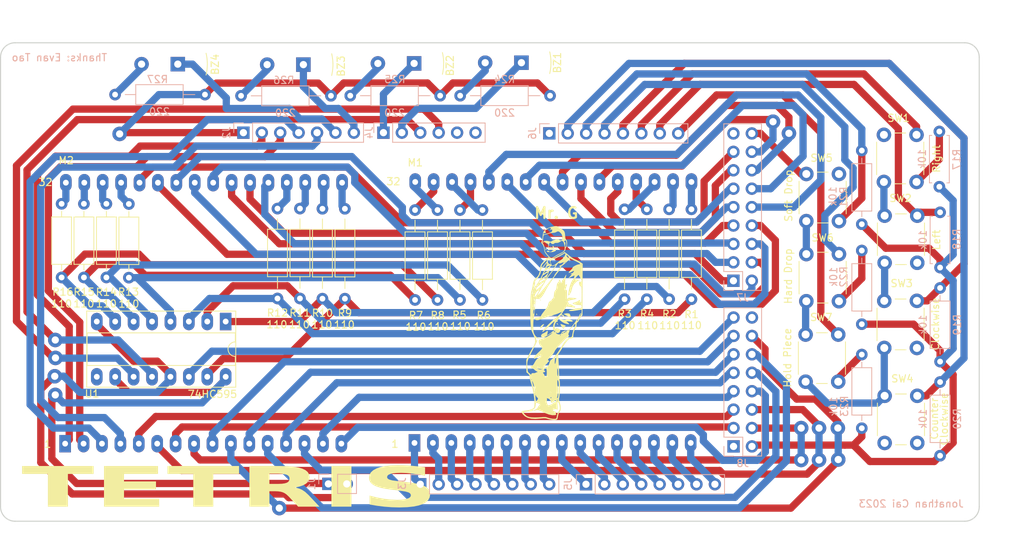
<source format=kicad_pcb>
(kicad_pcb (version 20221018) (generator pcbnew)
  (title_block (date "mar. 31 mars 2015"))
  (layers (0 "F.Cu" signal) (31 "B.Cu" signal) (34 "B.Paste" user) (35 "F.Paste" user) (36 "B.SilkS" user "B.Silkscreen") (37 "F.SilkS" user "F.Silkscreen") (38 "B.Mask" user) (39 "F.Mask" user) (44 "Edge.Cuts" user))
  (net 0 "")
  (net 1 "GND")
  (net 2 "/*52")
  (net 3 "/53")
  (net 4 "/50")
  (net 5 "/51")
  (net 6 "/48")
  (net 7 "/49")
  (net 8 "/*46")
  (net 9 "/47")
  (net 10 "/*44")
  (net 11 "/*45")
  (net 12 "/42")
  (net 13 "/43")
  (net 14 "/40")
  (net 15 "/41")
  (net 16 "/36")
  (net 17 "/37")
  (net 18 "/34")
  (net 19 "/35")
  (net 20 "/32")
  (net 21 "/33")
  (net 22 "/30")
  (net 23 "/31")
  (net 24 "/28")
  (net 25 "/29")
  (net 26 "/26")
  (net 27 "/24")
  (net 28 "/25")
  (net 29 "/22")
  (net 30 "/23")
  (net 31 "+5V")
  (net 32 "/A0")
  (net 33 "/A1")
  (net 34 "/A2")
  (net 35 "/A3")
  (net 36 "/A4")
  (net 37 "/A5")
  (net 38 "/A6")
  (net 39 "/A7")
  (net 40 "/A8")
  (net 41 "/A9")
  (net 42 "/A10")
  (net 43 "/A11")
  (net 44 "/A12")
  (net 45 "/A13")
  (net 46 "/A14")
  (net 47 "/A15")
  (net 48 "/*13")
  (net 49 "/*12")
  (net 50 "/*11")
  (net 51 "/*10")
  (net 52 "/*9")
  (net 53 "/*8")
  (net 54 "/*7")
  (net 55 "/*6")
  (net 56 "/*5")
  (net 57 "/*4")
  (net 58 "/*3")
  (net 59 "/*2")
  (net 60 "Net-(M1-P_1)")
  (net 61 "Net-(M1-P_2)")
  (net 62 "Net-(M1-P_3)")
  (net 63 "Net-(M1-P_4)")
  (net 64 "Net-(M1-P_5)")
  (net 65 "Net-(M1-P_6)")
  (net 66 "Net-(M1-P_7)")
  (net 67 "Net-(M1-P_8)")
  (net 68 "Net-(M2-P_1)")
  (net 69 "Net-(M2-P_2)")
  (net 70 "Net-(M2-P_3)")
  (net 71 "Net-(M2-P_4)")
  (net 72 "Net-(M2-P_5)")
  (net 73 "Net-(M2-P_6)")
  (net 74 "Net-(M2-P_7)")
  (net 75 "Net-(M2-P_8)")
  (net 76 "Net-(BZ1-+)")
  (net 77 "Net-(BZ2-+)")
  (net 78 "Net-(BZ3-+)")
  (net 79 "Net-(BZ4-+)")
  (net 80 "/27")
  (net 81 "/S1")
  (net 82 "/S2")
  (net 83 "/S3")
  (net 84 "/S4")
  (net 85 "/S5")
  (net 86 "/S6")
  (net 87 "/S7")
  (net 88 "/S8")
  (net 90 "/21")
  (net 91 "/14")
  (net 92 "/15")
  (net 93 "/16")
  (net 94 "/17")
  (net 95 "/18")
  (net 96 "/19")
  (net 97 "/20")
  (footprint "Resistor_THT:R_Axial_DIN0207_L6.3mm_D2.5mm_P10.16mm_Horizontal" (layer "F.Cu") (at 105 91.94 -90)
    (fp_text reference "R13")
    (fp_text value "110")
  )
  (footprint "Resistor_THT:R_Axial_DIN0207_L6.3mm_D2.5mm_P10.16mm_Horizontal" (layer "F.Cu") (at 101.9 91.915 -90)
    (fp_text reference "R14")
    (fp_text value "110")
  )
  (footprint "Button_Switch_THT:SW_PUSH_6mm_H4.3mm" (layer "F.Cu") (at 213.7 105.3 -90)
    (fp_text reference "SW3")
    (fp_text value "SW_Push")
  )
  (footprint "Button_Switch_THT:SW_PUSH_6mm_H4.3mm" (layer "F.Cu") (at 202.95 98.85 -90)
    (fp_text reference "SW6")
    (fp_text value "SW_Push")
  )
  (footprint "RGBMatrix:R_Axial_DIN0207_L6.3mm_D2.5mm_P12.40mm_Horizontal" (layer "F.Cu") (at 179.525 103.875 90)
    (fp_text reference "R2")
    (fp_text value "110")
  )
  (footprint "RGBMatrix:R_Axial_DIN0207_L6.3mm_D2.5mm_P12.40mm_Horizontal" (layer "F.Cu") (at 173.375 103.875 90)
    (fp_text reference "R3")
    (fp_text value "110")
  )
  (footprint "Resistor_THT:R_Axial_DIN0207_L6.3mm_D2.5mm_P10.16mm_Horizontal" (layer "F.Cu") (at 98.8 91.915 -90)
    (fp_text reference "R15")
    (fp_text value "110")
  )
  (footprint "Button_Switch_THT:SW_PUSH_6mm_H4.3mm" (layer "F.Cu") (at 202.95 87.8 -90)
    (fp_text reference "SW5")
    (fp_text value "SW_Push")
  )
  (footprint "RGBMatrix:RGBMatrix" (layer "F.Cu") (at 163.5 106.9)
    (fp_text reference "M1")
    (fp_text value "RGBMatrix")
  )
  (footprint "LOGO" (layer "F.Cu") (at 163.36882 108.469302)
    (fp_text reference "G2")
    (fp_text value "LOGO" hide)
  )
  (footprint "Button_Switch_THT:SW_PUSH_6mm_H4.3mm" (layer "F.Cu") (at 213.75 118.4 -90)
    (fp_text reference "SW4")
    (fp_text value "SW_Push")
  )
  (footprint "RGBMatrix:R_Axial_DIN0207_L6.3mm_D2.5mm_P12.40mm_Horizontal" (layer "F.Cu") (at 150.675 93.975 -90)
    (fp_text reference "R5")
    (fp_text value "110")
  )
  (footprint "Buzzer_Beeper:Buzzer_TDK_PS1240P02BT_D12.2mm_H6.5mm" (layer "F.Cu") (at 111.75 72.65 180)
    (fp_text reference "BZ4")
    (fp_text value "Passive Buzzer")
  )
  (footprint "Button_Switch_THT:SW_PUSH_6mm_H4.3mm" (layer "F.Cu") (at 202.85 109.95 -90)
    (fp_text reference "SW7")
    (fp_text value "SW_Push")
  )
  (footprint "RGBMatrix:RGBMatrix" (layer "F.Cu") (at 115.31 107)
    (fp_text reference "M2")
    (fp_text value "RGBMatrix")
  )
  (footprint "Buzzer_Beeper:Buzzer_TDK_PS1240P02BT_D12.2mm_H6.5mm" (layer "F.Cu") (at 129.075 72.715 180)
    (fp_text reference "BZ3")
    (fp_text value "Passive Buzzer")
  )
  (footprint "LOGO" (layer "F.Cu") (at 163.776406 97.373315)
    (fp_text reference "G1")
    (fp_text value "LOGO" hide)
  )
  (footprint "Buzzer_Beeper:Buzzer_TDK_PS1240P02BT_D12.2mm_H6.5mm" (layer "F.Cu") (at 159.15 72.45 180)
    (fp_text reference "BZ1")
    (fp_text value "Passive Buzzer")
  )
  (footprint "RGBMatrix:R_Axial_DIN0207_L6.3mm_D2.5mm_P12.40mm_Horizontal" (layer "F.Cu") (at 128.6 103.775 90)
    (fp_text reference "R11")
    (fp_text value "110")
  )
  (footprint "RGBMatrix:R_Axial_DIN0207_L6.3mm_D2.5mm_P12.40mm_Horizontal" (layer "F.Cu") (at 125.5 103.775 90)
    (fp_text reference "R12")
    (fp_text value "110")
  )
  (footprint "Package_DIP:DIP-16_W7.62mm_Socket_LongPads" (layer "F.Cu") (at 118.355 108.155 -90)
    (fp_text reference "U1")
    (fp_text value "74HC595")
  )
  (footprint "RGBMatrix:R_Axial_DIN0207_L6.3mm_D2.5mm_P12.40mm_Horizontal" (layer "F.Cu") (at 182.6 103.875 90)
    (fp_text reference "R1")
    (fp_text value "110")
  )
  (footprint "Resistor_THT:R_Axial_DIN0207_L6.3mm_D2.5mm_P10.16mm_Horizontal" (layer "F.Cu") (at 95.725 91.915 -90)
    (fp_text reference "R16")
    (fp_text value "110")
  )
  (footprint "RGBMatrix:R_Axial_DIN0207_L6.3mm_D2.5mm_P12.40mm_Horizontal" (layer "F.Cu") (at 134.8 103.8 90)
    (fp_text reference "R9")
    (fp_text value "110")
  )
  (footprint "RGBMatrix:R_Axial_DIN0207_L6.3mm_D2.5mm_P12.40mm_Horizontal" (layer "F.Cu") (at 131.7 103.8 90)
    (fp_text reference "R10")
    (fp_text value "110")
  )
  (footprint "RGBMatrix:R_Axial_DIN0207_L6.3mm_D2.5mm_P12.40mm_Horizontal" (layer "F.Cu") (at 144.475 93.975 -90)
    (fp_text reference "R7")
    (fp_text value "110")
  )
  (footprint "RGBMatrix:R_Axial_DIN0207_L6.3mm_D2.5mm_P12.40mm_Horizontal" (layer "F.Cu") (at 153.775 93.975 -90)
    (fp_text reference "R6")
    (fp_text value "110")
  )
  (footprint "Button_Switch_THT:SW_PUSH_6mm_H4.3mm" (layer "F.Cu") (at 213.75 93.55 -90)
    (fp_text reference "SW2")
    (fp_text value "SW_Push")
  )
  (footprint "Buzzer_Beeper:Buzzer_TDK_PS1240P02BT_D12.2mm_H6.5mm" (layer "F.Cu") (at 144.35 72.55 180)
    (fp_text reference "BZ2")
    (fp_text value "Passive Buzzer")
  )
  (footprint "Button_Switch_THT:SW_PUSH_6mm_H4.3mm" (layer "F.Cu") (at 213.65 82.4 -90)
    (fp_text reference "SW1")
    (fp_text value "SW_Push")
  )
  (footprint "RGBMatrix:R_Axial_DIN0207_L6.3mm_D2.5mm_P12.40mm_Horizontal" (layer "F.Cu") (at 176.45 103.875 90)
    (fp_text reference "R4")
    (fp_text value "110")
  )
  (footprint "RGBMatrix:R_Axial_DIN0207_L6.3mm_D2.5mm_P12.40mm_Horizontal" (layer "F.Cu") (at 147.575 93.975 -90)
    (fp_text reference "R8")
    (fp_text value "110")
  )
  (footprint "Connector_PinHeader_2.54mm:PinHeader_2x09_P2.54mm_Vertical" (layer "B.Cu") (at 188.392 102.53)
    (fp_text reference "J7")
    (fp_text value "Digital")
  )
  (footprint "RGBMatrix:R_Axial_DIN0207_L6.3mm_D2.5mm_P12.40mm_Horizontal" (layer "B.Cu") (at 114.3 76.85 180)
    (fp_text reference "R27")
    (fp_text value "220")
  )
  (footprint "Connector_PinHeader_2.54mm:PinHeader_2x08_P2.54mm_Vertical" (layer "B.Cu") (at 188.41 125.38)
    (fp_text reference "J8")
    (fp_text value "Digital")
  )
  (footprint "Connector_PinHeader_2.54mm:PinHeader_1x07_P2.54mm_Vertical" (layer "B.Cu") (at 120.8 82.1 -90)
    (fp_text reference "J2")
    (fp_text value "PWM")
  )
  (footprint "Resistor_THT:R_Axial_DIN0207_L6.3mm_D2.5mm_P10.16mm_Horizontal" (layer "B.Cu") (at 216.9 113.68 90)
    (fp_text reference "R19")
    (fp_text value "10k")
  )
  (footprint "Connector_PinHeader_2.54mm:PinHeader_1x02_P2.54mm_Vertical" (layer "B.Cu") (at 132.525 130.55 -90)
    (fp_text reference "J1")
    (fp_text value "Power")
  )
  (footprint "RGBMatrix:R_Axial_DIN0207_L6.3mm_D2.5mm_P12.40mm_Horizontal" (layer "B.Cu") (at 146.74 77 180)
    (fp_text reference "R25")
    (fp_text value "220")
  )
  (footprint "Resistor_THT:R_Axial_DIN0207_L6.3mm_D2.5mm_P7.62mm_Horizontal" (layer "B.Cu") (at 216.9 100.71 90)
    (fp_text reference "R18")
    (fp_text value "10k")
  )
  (footprint "Resistor_THT:R_Axial_DIN0207_L6.3mm_D2.5mm_P7.62mm_Horizontal" (layer "B.Cu") (at 216.8 89.56 90)
    (fp_text reference "R17")
    (fp_text value "10k")
  )
  (footprint "RGBMatrix:R_Axial_DIN0207_L6.3mm_D2.5mm_P12.40mm_Horizontal" (layer "B.Cu") (at 131.675 77.015 180)
    (fp_text reference "R26")
    (fp_text value "220")
  )
  (footprint "Connector_PinHeader_2.54mm:PinHeader_1x08_P2.54mm_Vertical" (layer "B.Cu") (at 168.057 130.6 -90)
    (fp_text reference "J5")
    (fp_text value "Analog")
  )
  (footprint "Resistor_THT:R_Axial_DIN0207_L6.3mm_D2.5mm_P10.16mm_Horizontal" (layer "B.Cu") (at 206.1 98.36 -90)
    (fp_text reference "R22")
    (fp_text value "10k")
  )
  (footprint "Resistor_THT:R_Axial_DIN0207_L6.3mm_D2.5mm_P10.16mm_Horizontal" (layer "B.Cu") (at 206.1 112.71 -90)
    (fp_text reference "R23")
    (fp_text value "10k")
  )
  (footprint "RGBMatrix:R_Axial_DIN0207_L6.3mm_D2.5mm_P12.40mm_Horizontal" (layer "B.Cu") (at 161.9 77 180)
    (fp_text reference "R24")
    (fp_text value "220")
  )
  (footprint "Connector_PinHeader_2.54mm:PinHeader_1x06_P2.54mm_Vertical" (layer "B.Cu") (at 140.117 82.1 -90)
    (fp_text reference "J4")
    (fp_text value "PWM")
  )
  (footprint "Resistor_THT:R_Axial_DIN0207_L6.3mm_D2.5mm_P10.16mm_Horizontal" (layer "B.Cu") (at 206.1 94.73 90)
    (fp_text reference "R21")
    (fp_text value "10k")
  )
  (footprint "Resistor_THT:R_Axial_DIN0207_L6.3mm_D2.5mm_P10.16mm_Horizontal" (layer "B.Cu") (at 216.9 126.66 90)
    (fp_text reference "R20")
    (fp_text value "10k")
  )
  (footprint "Connector_PinHeader_2.54mm:PinHeader_1x08_P2.54mm_Vertical" (layer "B.Cu") (at 162.997 82.2 -90)
    (fp_text reference "J6")
    (fp_text value "Communication" hide)
  )
  (footprint "Connector_PinHeader_2.54mm:PinHeader_1x08_P2.54mm_Vertical" (layer "B.Cu") (at 145.197 130.6 -90)
    (fp_text reference "J3")
    (fp_text value "Analog")
  )
  (gr_arc (start 220.3 69.7) (mid 221.714214 70.285786) (end 222.3 71.7) (stroke (width 0.15)) (layer "Edge.Cuts"))
  (gr_line (start 87.3 133.7) (end 87.3 71.7) (stroke (width 0.15)) (layer "Edge.Cuts"))
  (gr_arc (start 87.3 71.7) (mid 87.885786 70.285786) (end 89.3 69.7) (stroke (width 0.15)) (layer "Edge.Cuts"))
  (gr_arc (start 222.3 133.7) (mid 221.714214 135.114214) (end 220.3 135.7) (stroke (width 0.15)) (layer "Edge.Cuts"))
  (gr_line (start 89.3 69.7) (end 220.3 69.7) (stroke (width 0.15)) (layer "Edge.Cuts"))
  (gr_line (start 222.3 71.7) (end 222.3 133.7) (stroke (width 0.15)) (layer "Edge.Cuts"))
  (gr_arc (start 89.3 135.7) (mid 87.885786 135.114214) (end 87.3 133.7) (stroke (width 0.15)) (layer "Edge.Cuts"))
  (gr_line (start 220.3 135.7) (end 89.3 135.7) (stroke (width 0.15)) (layer "Edge.Cuts"))
  (gr_text "Thanks: Evan Tao" (at 88.75 72.325) (layer "B.SilkS") (effects (font (size 1 1)) (justify right bottom mirror)))
  (gr_text "Jonathan Cai 2023\n" (at 220.25 133.875) (layer "B.SilkS") (effects (font (size 1 1)) (justify left bottom mirror)))
  (gr_text "TETRIS" (at 90.2 134.625) (layer "F.SilkS") (effects (font (size 5.5 10.5) (thickness 1) bold) (justify left bottom)))
  (gr_text "Mr. G" (at 160.75882 94.069302) (layer "F.SilkS") (effects (font (size 1.5 1.5) (thickness 0.3) bold) (justify left bottom)))
  (segment (start 207.209999 127.459999) (end 216.100001 127.459999) (width 1) (layer "F.Cu") (net 1))
  (segment (start 132.875 77.015) (end 134.64 75.25) (width 1) (layer "F.Cu") (net 1))
  (segment (start 206.1 94.73) (end 209.409315 98.039315) (width 1) (layer "F.Cu") (net 1))
  (segment (start 110.735 115.440126) (end 110.735 115.775) (width 1) (layer "F.Cu") (net 1))
  (segment (start 216.9 99.57863) (end 216.9 100.71) (width 1) (layer "F.Cu") (net 1))
  (segment (start 94.667283 115.7) (end 94.775 115.7) (width 1) (layer "F.Cu") (net 1))
  (segment (start 131.125 75.265) (end 132.875 77.015) (width 1) (layer "F.Cu") (net 1))
  (segment (start 216.9 112.171572) (end 213.248428 108.52) (width 1) (layer "F.Cu") (net 1))
  (segment (start 120.8 82.1) (end 103.9 82.1) (width 1) (layer "F.Cu") (net 1))
  (segment (start 105.645 113.625) (end 108.919874 113.625) (width 1) (layer "F.Cu") (net 1))
  (segment (start 92.85 127.59061) (end 97.19939 131.94) (width 1) (layer "F.Cu") (net 1))
  (segment (start 146.19 75.25) (end 147.94 77) (width 1) (layer "F.Cu") (net 1))
  (segment (start 127.057717 132.44) (end 134.377081 132.44) (width 1) (layer "F.Cu") (net 1))
  (segment (start 117.085 75.265) (end 131.125 75.265) (width 1) (layer "F.Cu") (net 1))
  (segment (start 216.9 113.68) (end 216.9 112.171572) (width 1) (layer "F.Cu") (net 1))
  (segment (start 216.100001 127.459999) (end 216.9 126.66) (width 1) (layer "F.Cu") (net 1))
  (segment (start 203.77 125.2) (end 204.95 125.2) (width 1) (layer "F.Cu") (net 1))
  (segment (start 92.85 127.59061) (end 92.85 117.517283) (width 1) (layer "F.Cu") (net 1))
  (segment (start 135.065 131.752081) (end 135.065 130.55) (width 1) (layer "F.Cu") (net 1))
  (segment (start 134.377081 132.44) (end 135.065 131.752081) (width 1) (layer "F.Cu") (net 1))
  (segment (start 218.7 124.86) (end 216.9 126.66) (width 1) (layer "F.Cu") (net 1))
  (segment (start 147.94 77) (end 149.69 75.25) (width 1) (layer "F.Cu") (net 1))
  (segment (start 204.95 125.2) (end 206.1 124.05) (width 1) (layer "F.Cu") (net 1))
  (segment (start 126.557717 131.94) (end 127.057717 132.44) (width 1) (layer "F.Cu") (net 1))
  (segment (start 190.95 125.38) (end 191.13 125.2) (width 1) (layer "F.Cu") (net 1))
  (segment (start 216.9 113.68) (end 218.7 115.48) (width 1) (layer "F.Cu") (net 1))
  (segment (start 161.35 75.25) (end 163.1 77) (width 1) (layer "F.Cu") (net 1))
  (segment (start 97.19939 131.94) (end 126.557717 131.94) (width 1) (layer "F.Cu") (net 1))
  (segment (start 134.64 75.25) (end 146.19 75.25) (width 1) (layer "F.Cu") (net 1))
  (segment (start 103.9 82.1) (end 103.725 82.275) (width 1) (layer "F.Cu") (net 1))
  (segment (start 191.13 125.2) (end 202.65 125.2) (width 1) (layer "F.Cu") (net 1))
  (segment (start 149.69 75.25) (end 161.35 75.25) (width 1) (layer "F.Cu") (net 1))
  (segment (start 100.575 108.155) (end 100.575 108.555) (width 1) (layer "F.Cu") (net 1))
  (segment (start 215.360685 98.039315) (end 216.9 99.57863) (width 1) (layer "F.Cu") (net 1))
  (segment (start 218.7 115.48) (end 218.7 124.86) (width 1) (layer "F.Cu") (net 1))
  (segment (start 108.919874 113.625) (end 110.735 115.440126) (width 1) (layer "F.Cu") (net 1))
  (segment (start 202.65 125.2) (end 203.77 125.2) (width 1) (layer "F.Cu") (net 1))
  (segment (start 92.85 117.517283) (end 94.667283 115.7) (width 1) (layer "F.Cu") (net 1))
  (segment (start 213.248428 108.52) (end 206.1 108.52) (width 1) (layer "F.Cu") (net 1))
  (segment (start 204.95 125.2) (end 207.209999 127.459999) (width 1) (layer "F.Cu") (net 1))
  (segment (start 115.5 76.85) (end 117.085 75.265) (width 1) (layer "F.Cu") (net 1))
  (segment (start 206.1 124.05) (end 206.1 122.87) (width 1) (layer "F.Cu") (net 1))
  (segment (start 209.409315 98.039315) (end 215.360685 98.039315) (width 1) (layer "F.Cu") (net 1))
  (segment (start 100.575 108.555) (end 105.645 113.625) (width 1) (layer "F.Cu") (net 1))
  (via (at 94.775 115.7) (size 2) (drill 1) (layers "F.Cu" "B.Cu") (net 1))
  (via (at 103.725 82.275) (size 2) (drill 1) (layers "F.Cu" "B.Cu") (net 1))
  (segment (start 115.5 76.85) (end 109.15 76.85) (width 1) (layer "B.Cu") (net 1))
  (segment (start 98.25 117.925) (end 108.919874 117.925) (width 1) (layer "B.Cu") (net 1))
  (segment (start 218.7 91.46) (end 218.7 98.91) (width 1) (layer "B.Cu") (net 1))
  (segment (start 108.919874 117.925) (end 110.735 116.109874) (width 1) (layer "B.Cu") (net 1))
  (segment (start 109.15 76.85) (end 103.725 82.275) (width 1) (layer "B.Cu") (net 1))
  (segment (start 96.025 115.7) (end 98.25 117.925) (width 1) (layer "B.Cu") (net 1))
  (segment (start 216.8 89.56) (end 218.7 91.46) (width 1) (layer "B.Cu") (net 1))
  (segment (start 216.9 100.71) (end 218.7 102.51) (width 1) (layer "B.Cu") (net 1))
  (segment (start 218.7 102.51) (end 218.7 111.88) (width 1) (layer "B.Cu") (net 1))
  (segment (start 218.7 111.88) (end 216.9 113.68) (width 1) (layer "B.Cu") (net 1))
  (segment (start 218.7 98.91) (end 216.9 100.71) (width 1) (layer "B.Cu") (net 1))
  (segment (start 110.735 116.109874) (end 110.735 115.775) (width 1) (layer "B.Cu") (net 1))
  (segment (start 94.775 115.7) (end 96.025 115.7) (width 1) (layer "B.Cu") (net 1))
  (segment (start 112.35 122.7) (end 111.45 123.6) (width 1) (layer "F.Cu") (net 2))
  (segment (start 188.392 122.855) (end 188.237 122.7) (width 1) (layer "F.Cu") (net 2))
  (segment (start 111.45 123.6) (end 111.45 125) (width 1) (layer "F.Cu") (net 2))
  (segment (start 188.237 122.7) (end 112.35 122.7) (width 1) (layer "F.Cu") (net 2))
  (segment (start 113.99 126.4) (end 113.99 125) (width 1) (layer "F.Cu") (net 3))
  (segment (start 191.703296 127.25) (end 191.698296 127.245) (width 1) (layer "F.Cu") (net 3))
  (segment (start 114.835 127.245) (end 113.99 126.4) (width 1) (layer "F.Cu") (net 3))
  (segment (start 190.932 122.855) (end 197.735 122.855) (width 1) (layer "F.Cu") (net 3))
  (segment (start 197.735 122.855) (end 197.74 122.85) (width 1) (layer "F.Cu") (net 3))
  (segment (start 197.74 127.25) (end 191.703296 127.25) (width 1) (layer "F.Cu") (net 3))
  (segment (start 191.698296 127.245) (end 114.835 127.245) (width 1) (layer "F.Cu") (net 3))
  (via (at 197.74 127.25) (size 2) (drill 1) (layers "F.Cu" "B.Cu") (net 3))
  (via (at 197.74 122.85) (size 2) (drill 1) (layers "F.Cu" "B.Cu") (net 3))
  (segment (start 197.74 122.85) (end 197.74 127.25) (width 1) (layer "B.Cu") (net 3))
  (segment (start 108.72 121.25) (end 106.37 123.6) (width 1) (layer "F.Cu") (net 4))
  (segment (start 188.41 120.3) (end 187.46 121.25) (width 1) (layer "F.Cu") (net 4))
  (segment (start 106.37 123.6) (end 106.37 125) (width 1) (layer "F.Cu") (net 4))
  (segment (start 187.46 121.25) (end 108.72 121.25) (width 1) (layer "F.Cu") (net 4))
  (segment (start 190.95 120.3) (end 197.947717 120.3) (width 1) (layer "F.Cu") (net 5))
  (segment (start 200.2 127.547717) (end 200.2 127.25) (width 1) (layer "F.Cu") (net 5))
  (segment (start 200.2 122.552283) (end 197.947717 120.3) (width 1) (layer "F.Cu") (net 5))
  (segment (start 200.2 122.85) (end 200.2 122.552283) (width 1) (layer "F.Cu") (net 5))
  (segment (start 198.547717 129.2) (end 186.98 129.2) (width 1) (layer "F.Cu") (net 5))
  (segment (start 198.547717 129.2) (end 200.2 127.547717) (width 1) (layer "F.Cu") (net 5))
  (segment (start 108.91 125.334874) (end 112.275126 128.7) (width 1) (layer "F.Cu") (net 5))
  (segment (start 186.48 128.7) (end 112.275126 128.7) (width 1) (layer "F.Cu") (net 5))
  (segment (start 186.98 129.2) (end 186.48 128.7) (width 1) (layer "F.Cu") (net 5))
  (segment (start 108.91 125) (end 108.91 125.334874) (width 1) (layer "F.Cu") (net 5))
  (via (at 200.2 122.85) (size 2) (drill 1) (layers "F.Cu" "B.Cu") (net 5))
  (via (at 200.2 127.25) (size 2) (drill 1) (layers "F.Cu" "B.Cu") (net 5))
  (segment (start 200.2 122.85) (end 200.2 127.25) (width 1) (layer "B.Cu") (net 5))
  (segment (start 131.77 125) (end 131.77 123.6) (width 1) (layer "B.Cu") (net 6))
  (segment (start 136.76 118.61) (end 187.56 118.61) (width 1) (layer "B.Cu") (net 6))
  (segment (start 187.56 118.61) (end 188.41 117.76) (width 1) (layer "B.Cu") (net 6))
  (segment (start 131.77 123.6) (end 136.76 118.61) (width 1) (layer "B.Cu") (net 6))
  (segment (start 136.56 122.75) (end 183.224874 122.75) (width 1) (layer "B.Cu") (net 7))
  (segment (start 186.9 127.3) (end 184.25 124.65) (width 1) (layer "B.Cu") (net 7))
  (segment (start 191.646296 127.3) (end 186.9 127.3) (width 1) (layer "B.Cu") (net 7))
  (segment (start 191.646296 127.3) (end 192.8 126.146296) (width 1) (layer "B.Cu") (net 7))
  (segment (start 192.8 126.146296) (end 192.8 118.407919) (width 1) (layer "B.Cu") (net 7))
  (segment (start 184.25 123.775126) (end 183.224874 122.75) (width 1) (layer "B.Cu") (net 7))
  (segment (start 134.31 125) (end 136.56 122.75) (width 1) (layer "B.Cu") (net 7))
  (segment (start 192.8 118.407919) (end 192.152081 117.76) (width 1) (layer "B.Cu") (net 7))
  (segment (start 192.152081 117.76) (end 190.95 117.76) (width 1) (layer "B.Cu") (net 7))
  (segment (start 184.25 124.65) (end 184.25 123.775126) (width 1) (layer "B.Cu") (net 7))
  (segment (start 126.69 125) (end 126.69 123.6) (width 1) (layer "B.Cu") (net 8))
  (segment (start 187.915025 115.22) (end 188.41 115.22) (width 1) (layer "B.Cu") (net 8))
  (segment (start 186.535025 116.6) (end 187.915025 115.22) (width 1) (layer "B.Cu") (net 8))
  (segment (start 126.69 123.6) (end 133.69 116.6) (width 1) (layer "B.Cu") (net 8))
  (segment (start 133.69 116.6) (end 186.535025 116.6) (width 1) (layer "B.Cu") (net 8))
  (segment (start 129.23 126.4) (end 131.48 128.65) (width 1) (layer "B.Cu") (net 9))
  (segment (start 143.8 132.4) (end 188.6 132.4) (width 1) (layer "B.Cu") (net 9))
  (segment (start 191.662691 115.22) (end 190.95 115.22) (width 1) (layer "B.Cu") (net 9))
  (segment (start 194.25 117.807309) (end 191.662691 115.22) (width 1) (layer "B.Cu") (net 9))
  (segment (start 131.48 128.65) (end 140.05 128.65) (width 1) (layer "B.Cu") (net 9))
  (segment (start 140.05 128.65) (end 143.8 132.4) (width 1) (layer "B.Cu") (net 9))
  (segment (start 194.25 126.75) (end 194.25 117.807309) (width 1) (layer "B.Cu") (net 9))
  (segment (start 188.6 132.4) (end 194.25 126.75) (width 1) (layer "B.Cu") (net 9))
  (segment (start 129.23 125) (end 129.23 126.4) (width 1) (layer "B.Cu") (net 9))
  (segment (start 121.61 125) (end 121.61 123.6) (width 1) (layer "B.Cu") (net 10))
  (segment (start 121.61 123.6) (end 130.06 115.15) (width 1) (layer "B.Cu") (net 10))
  (segment (start 185.934415 115.15) (end 188.404415 112.68) (width 1) (layer "B.Cu") (net 10))
  (segment (start 130.06 115.15) (end 185.934415 115.15) (width 1) (layer "B.Cu") (net 10))
  (segment (start 188.404415 112.68) (end 188.41 112.68) (width 1) (layer "B.Cu") (net 10))
  (segment (start 124.15 126.4) (end 131.6 133.85) (width 1) (layer "B.Cu") (net 11))
  (segment (start 195.7 127.4) (end 195.7 116.8) (width 1) (layer "B.Cu") (net 11))
  (segment (start 131.6 133.85) (end 189.25 133.85) (width 1) (layer "B.Cu") (net 11))
  (segment (start 189.25 133.85) (end 195.7 127.4) (width 1) (layer "B.Cu") (net 11))
  (segment (start 124.15 125) (end 124.15 126.4) (width 1) (layer "B.Cu") (net 11))
  (segment (start 191.58 112.68) (end 190.95 112.68) (width 1) (layer "B.Cu") (net 11))
  (segment (start 195.7 116.8) (end 191.58 112.68) (width 1) (layer "B.Cu") (net 11))
  (segment (start 116.53 125) (end 116.53 123.6) (width 1) (layer "B.Cu") (net 12))
  (segment (start 116.53 123.6) (end 126.43 113.7) (width 1) (layer "B.Cu") (net 12))
  (segment (start 126.43 113.7) (end 184.844415 113.7) (width 1) (layer "B.Cu") (net 12))
  (segment (start 188.404415 110.14) (end 188.41 110.14) (width 1) (layer "B.Cu") (net 12))
  (segment (start 184.844415 113.7) (end 188.404415 110.14) (width 1) (layer "B.Cu") (net 12))
  (segment (start 190.955585 110.14) (end 190.95 110.14) (width 1) (layer "F.Cu") (net 13))
  (segment (start 199.665585 118.85) (end 197.125585 118.85) (width 1) (layer "F.Cu") (net 13))
  (segment (start 202.85 127.357717) (end 202.85 127.19) (width 1) (layer "F.Cu") (net 13))
  (segment (start 125.75 133.89) (end 196.317717 133.89) (width 1) (layer "F.Cu") (net 13))
  (segment (start 199.665585 118.85) (end 202.8 121.984415) (width 1) (layer "F.Cu") (net 13))
  (segment (start 192.75 114.474415) (end 192.75 111.934415) (width 1) (layer "F.Cu") (net 13))
  (segment (start 197.125585 118.85) (end 192.75 114.474415) (width 1) (layer "F.Cu") (net 13))
  (segment (start 192.75 111.934415) (end 190.955585 110.14) (width 1) (layer "F.Cu") (net 13))
  (segment (start 202.8 121.984415) (end 202.8 122.84) (width 1) (layer "F.Cu") (net 13))
  (segment (start 196.317717 133.89) (end 202.85 127.357717) (width 1) (layer "F.Cu") (net 13))
  (via (at 125.75 133.89) (size 2) (drill 1) (layers "F.Cu" "B.Cu") (net 13))
  (via (at 202.85 127.19) (size 2) (drill 1) (layers "F.Cu" "B.Cu") (net 13))
  (via (at 202.8 122.84) (size 2) (drill 1) (layers "F.Cu" "B.Cu") (net 13))
  (segment (start 119.07 127.21) (end 125.75 133.89) (width 1) (layer "B.Cu") (net 13))
  (segment (start 119.07 125) (end 119.07 127.21) (width 1) (layer "B.Cu") (net 13))
  (segment (start 202.85 127.19) (end 202.85 122.89) (width 1) (layer "B.Cu") (net 13))
  (segment (start 202.85 122.89) (end 202.8 122.84) (width 1) (layer "B.Cu") (net 13))
  (segment (start 113.275 115.440126) (end 116.465126 112.25) (width 1) (layer "B.Cu") (net 14))
  (segment (start 113.275 115.775) (end 113.275 115.440126) (width 1) (layer "B.Cu") (net 14))
  (segment (start 183.754415 112.25) (end 116.465126 112.25) (width 1) (layer "B.Cu") (net 14))
  (segment (start 183.754415 112.25) (end 188.404415 107.6) (width 1) (layer "B.Cu") (net 14))
  (segment (start 188.404415 107.6) (end 188.41 107.6) (width 1) (layer "B.Cu") (net 14))
  (segment (start 164.95122 95.975) (end 126.425126 95.975) (width 1) (layer "F.Cu") (net 16))
  (segment (start 126.425126 95.975) (end 121.71 91.259874) (width 1) (layer "F.Cu") (net 16))
  (segment (start 183.08761 98.775) (end 167.75122 98.775) (width 1) (layer "F.Cu") (net 16))
  (segment (start 121.71 91.259874) (end 121.71 89) (width 1) (layer "F.Cu") (net 16))
  (segment (start 188.392 102.53) (end 186.84261 102.53) (width 1) (layer "F.Cu") (net 16))
  (segment (start 167.75122 98.775) (end 164.95122 95.975) (width 1) (layer "F.Cu") (net 16))
  (segment (start 186.84261 102.53) (end 183.08761 98.775) (width 1) (layer "F.Cu") (net 16))
  (segment (start 190.932 103.732081) (end 190.334081 104.33) (width 1) (layer "B.Cu") (net 17))
  (segment (start 159.125 97.425) (end 127.810126 97.425) (width 1) (layer "B.Cu") (net 17))
  (segment (start 123.75 93.364874) (end 123.75 89.5) (width 1) (layer "B.Cu") (net 17))
  (segment (start 190.932 102.53) (end 190.932 103.732081) (width 1) (layer "B.Cu") (net 17))
  (segment (start 182.985 100.225) (end 161.925 100.225) (width 1) (layer "B.Cu") (net 17))
  (segment (start 127.810126 97.425) (end 123.75 93.364874) (width 1) (layer "B.Cu") (net 17))
  (segment (start 187.09 104.33) (end 182.985 100.225) (width 1) (layer "B.Cu") (net 17))
  (segment (start 123.75 89.5) (end 124.25 89) (width 1) (layer "B.Cu") (net 17))
  (segment (start 190.334081 104.33) (end 187.09 104.33) (width 1) (layer "B.Cu") (net 17))
  (segment (start 161.925 100.225) (end 159.125 97.425) (width 1) (layer "B.Cu") (net 17))
  (segment (start 136.16 87.875126) (end 135.134874 86.85) (width 1) (layer "B.Cu") (net 18))
  (segment (start 116.63 88.01) (end 116.63 89) (width 1) (layer "B.Cu") (net 18))
  (segment (start 188.392 99.99) (end 185.94 99.99) (width 1) (layer "B.Cu") (net 18))
  (segment (start 184.725 98.775) (end 162.638906 98.775) (width 1) (layer "B.Cu") (net 18))
  (segment (start 185.94 99.99) (end 184.725 98.775) (width 1) (layer "B.Cu") (net 18))
  (segment (start 159.838906 95.975) (end 143.149516 95.975) (width 1) (layer "B.Cu") (net 18))
  (segment (start 136.16 88.985484) (end 136.16 87.875126) (width 1) (layer "B.Cu") (net 18))
  (segment (start 162.638906 98.775) (end 159.838906 95.975) (width 1) (layer "B.Cu") (net 18))
  (segment (start 135.134874 86.85) (end 117.79 86.85) (width 1) (layer "B.Cu") (net 18))
  (segment (start 117.79 86.85) (end 116.63 88.01) (width 1) (layer "B.Cu") (net 18))
  (segment (start 143.149516 95.975) (end 136.16 88.985484) (width 1) (layer "B.Cu") (net 18))
  (segment (start 192.732 103.275585) (end 191.677585 104.33) (width 1) (layer "F.Cu") (net 19))
  (segment (start 192.134081 99.99) (end 192.732 100.587919) (width 1) (layer "F.Cu") (net 19))
  (segment (start 167.15061 100.225) (end 164.35061 97.425) (width 1) (layer "F.Cu") (net 19))
  (segment (start 186.592 104.33) (end 182.487 100.225) (width 1) (layer "F.Cu") (net 19))
  (segment (start 192.732 100.587919) (end 192.732 103.275585) (width 1) (layer "F.Cu") (net 19))
  (segment (start 190.932 99.99) (end 192.134081 99.99) (width 1) (layer "F.Cu") (net 19))
  (segment (start 125.759516 97.425) (end 119.17 90.835484) (width 1) (layer "F.Cu") (net 19))
  (segment (start 119.17 90.835484) (end 119.17 89) (width 1) (layer "F.Cu") (net 19))
  (segment (start 191.677585 104.33) (end 186.592 104.33) (width 1) (layer "F.Cu") (net 19))
  (segment (start 164.35061 97.425) (end 125.759516 97.425) (width 1) (layer "F.Cu") (net 19))
  (segment (start 182.487 100.225) (end 167.15061 100.225) (width 1) (layer "F.Cu") (net 19))
  (segment (start 157.3 94.525) (end 160.439516 94.525) (width 1) (layer "B.Cu") (net 20))
  (segment (start 135.735484 85.4) (end 142.725 92.389516) (width 1) (layer "B.Cu") (net 20))
  (segment (start 160.439516 94.525) (end 163.239516 97.325) (width 1) (layer "B.Cu") (net 20))
  (segment (start 111.55 89) (end 111.55 88.665126) (width 1) (layer "B.Cu") (net 20))
  (segment (start 143.750126 94.525) (end 157.3 94.525) (width 1) (layer "B.Cu") (net 20))
  (segment (start 114.815126 85.4) (end 135.735484 85.4) (width 1) (layer "B.Cu") (net 20))
  (segment (start 142.725 93.499874) (end 143.750126 94.525) (width 1) (layer "B.Cu") (net 20))
  (segment (start 111.55 88.665126) (end 114.815126 85.4) (width 1) (layer "B.Cu") (net 20))
  (segment (start 188.267 97.325) (end 188.392 97.45) (width 1) (layer "B.Cu") (net 20))
  (segment (start 163.239516 97.325) (end 188.267 97.325) (width 1) (layer "B.Cu") (net 20))
  (segment (start 142.725 92.389516) (end 142.725 93.499874) (width 1) (layer "B.Cu") (net 20))
  (segment (start 192.732 104.308) (end 191.26 105.78) (width 1) (layer "B.Cu") (net 21))
  (segment (start 190.932 97.45) (end 192.134081 97.45) (width 1) (layer "B.Cu") (net 21))
  (segment (start 114.09 90.4) (end 114.09 89) (width 1) (layer "B.Cu") (net 21))
  (segment (start 182.38439 101.675) (end 161.32439 101.675) (width 1) (layer "B.Cu") (net 21))
  (segment (start 192.134081 97.45) (end 192.732 98.047919) (width 1) (layer "B.Cu") (net 21))
  (segment (start 192.732 98.047919) (end 192.732 104.308) (width 1) (layer "B.Cu") (net 21))
  (segment (start 158.52439 98.875) (end 122.565 98.875) (width 1) (layer "B.Cu") (net 21))
  (segment (start 186.48939 105.78) (end 182.38439 101.675) (width 1) (layer "B.Cu") (net 21))
  (segment (start 122.565 98.875) (end 114.09 90.4) (width 1) (layer "B.Cu") (net 21))
  (segment (start 161.32439 101.675) (end 158.52439 98.875) (width 1) (layer "B.Cu") (net 21))
  (segment (start 191.26 105.78) (end 186.48939 105.78) (width 1) (layer "B.Cu") (net 21))
  (segment (start 168.648906 94.525) (end 171.448906 97.325) (width 1) (layer "F.Cu") (net 22))
  (segment (start 133.375 86.85) (end 108.285126 86.85) (width 1) (layer "F.Cu") (net 22))
  (segment (start 133.375 86.85) (end 135.134874 86.85) (width 1) (layer "F.Cu") (net 22))
  (segment (start 171.448906 97.325) (end 184.526094 97.325) (width 1) (layer "F.Cu") (net 22))
  (segment (start 135.134874 86.85) (end 142.809874 94.525) (width 1) (layer "F.Cu") (net 22))
  (segment (start 142.809874 94.525) (end 168.648906 94.525) (width 1) (layer "F.Cu") (net 22))
  (segment (start 184.526094 97.325) (end 186.941094 94.91) (width 1) (layer "F.Cu") (net 22))
  (segment (start 186.941094 94.91) (end 188.392 94.91) (width 1) (layer "F.Cu") (net 22))
  (segment (start 106.47 88.665126) (end 106.47 89) (width 1) (layer "F.Cu") (net 22))
  (segment (start 108.285126 86.85) (end 106.47 88.665126) (width 1) (layer "F.Cu") (net 22))
  (segment (start 163.75 98.875) (end 166.55 101.675) (width 1) (layer "F.Cu") (net 23))
  (segment (start 192.278195 105.78) (end 194.182 103.876195) (width 1) (layer "F.Cu") (net 23))
  (segment (start 109.01 89) (end 109.01 89.334874) (width 1) (layer "F.Cu") (net 23))
  (segment (start 192.134081 94.91) (end 190.932 94.91) (width 1) (layer "F.Cu") (net 23))
  (segment (start 166.55 101.675) (end 181.674874 101.675) (width 1) (layer "F.Cu") (net 23))
  (segment (start 194.182 96.957919) (end 192.134081 94.91) (width 1) (layer "F.Cu") (net 23))
  (segment (start 181.674874 101.675) (end 185.779874 105.78) (width 1) (layer "F.Cu") (net 23))
  (segment (start 109.01 89.334874) (end 118.550126 98.875) (width 1) (layer "F.Cu") (net 23))
  (segment (start 185.779874 105.78) (end 192.278195 105.78) (width 1) (layer "F.Cu") (net 23))
  (segment (start 194.182 103.876195) (end 194.182 96.957919) (width 1) (layer "F.Cu") (net 23))
  (segment (start 118.550126 98.875) (end 163.75 98.875) (width 1) (layer "F.Cu") (net 23))
  (segment (start 157.2 89.234874) (end 157.2 88.9) (width 1) (layer "B.Cu") (net 24))
  (segment (start 187.430484 92.37) (end 183.925484 95.875) (width 1) (layer "B.Cu") (net 24))
  (segment (start 188.392 92.37) (end 187.430484 92.37) (width 1) (layer "B.Cu") (net 24))
  (segment (start 183.925484 95.875) (end 163.840126 95.875) (width 1) (layer "B.Cu") (net 24))
  (segment (start 163.840126 95.875) (end 157.2 89.234874) (width 1) (layer "B.Cu") (net 24))
  (segment (start 180.6 85.1) (end 188.8 76.9) (width 1) (layer "B.Cu") (net 25))
  (segment (start 188.8 76.9) (end 197.308327 76.9) (width 1) (layer "B.Cu") (net 25))
  (segment (start 200.45 80.041673) (end 200.45 88.628428) (width 1) (layer "B.Cu") (net 25))
  (segment (start 196.708428 92.37) (end 190.932 92.37) (width 1) (layer "B.Cu") (net 25))
  (segment (start 200.45 88.628428) (end 196.708428 92.37) (width 1) (layer "B.Cu") (net 25))
  (segment (start 154.66 88.9) (end 154.66 87.5) (width 1) (layer "B.Cu") (net 25))
  (segment (start 154.66 87.5) (end 157.06 85.1) (width 1) (layer "B.Cu") (net 25))
  (segment (start 157.06 85.1) (end 180.6 85.1) (width 1) (layer "B.Cu") (net 25))
  (segment (start 197.308327 76.9) (end 200.45 80.041673) (width 1) (layer "B.Cu") (net 25))
  (segment (start 167.470126 94.425) (end 162.28 89.234874) (width 1) (layer "B.Cu") (net 26))
  (segment (start 188.392 89.83) (end 187.919874 89.83) (width 1) (layer "B.Cu") (net 26))
  (segment (start 162.28 89.234874) (end 162.28 88.9) (width 1) (layer "B.Cu") (net 26))
  (segment (start 183.324874 94.425) (end 167.470126 94.425) (width 1) (layer "B.Cu") (net 26))
  (segment (start 187.919874 89.83) (end 183.324874 94.425) (width 1) (layer "B.Cu") (net 26))
  (segment (start 183.925484 95.875) (end 172.049516 95.875) (width 1) (layer "F.Cu") (net 27))
  (segment (start 188.392 87.295) (end 188.005 87.295) (width 1) (layer "F.Cu") (net 27))
  (segment (start 167.36 91.185484) (end 167.36 88.9) (width 1) (layer "F.Cu") (net 27))
  (segment (start 172.049516 95.875) (end 167.36 91.185484) (width 1) (layer "F.Cu") (net 27))
  (segment (start 185.9 93.900484) (end 183.925484 95.875) (width 1) (layer "F.Cu") (net 27))
  (segment (start 188.005 87.295) (end 185.9 89.4) (width 1) (layer "F.Cu") (net 27))
  (segment (start 185.9 89.4) (end 185.9 93.900484) (width 1) (layer "F.Cu") (net 27))
  (segment (start 164.82 87.5) (end 167.12 85.2) (width 1) (layer "F.Cu") (net 28))
  (segment (start 164.82 88.9) (end 164.82 87.5) (width 1) (layer "F.Cu") (net 28))
  (segment (start 180.5 85.2) (end 187.35 78.35) (width 1) (layer "F.Cu") (net 28))
  (segment (start 196.05 79.992283) (end 196.05 82.19) (width 1) (layer "F.Cu") (net 28))
  (segment (start 187.35 78.35) (end 194.407717 78.35) (width 1) (layer "F.Cu") (net 28))
  (segment (start 167.12 85.2) (end 180.5 85.2) (width 1) (layer "F.Cu") (net 28))
  (segment (start 194.407717 78.35) (end 196.05 79.992283) (width 1) (layer "F.Cu") (net 28))
  (via (at 196.05 82.19) (size 2) (drill 1) (layers "F.Cu" "B.Cu") (net 28))
  (segment (start 191.644691 87.29) (end 190.932 87.29) (width 1) (layer "B.Cu") (net 28))
  (segment (start 196.05 82.19) (end 196.05 82.884691) (width 1) (layer "B.Cu") (net 28))
  (segment (start 196.05 82.884691) (end 191.644691 87.29) (width 1) (layer "B.Cu") (net 28))
  (segment (start 172.650126 94.425) (end 183.324874 94.425) (width 1) (layer "F.Cu") (net 29))
  (segment (start 184.35 88.786415) (end 188.386415 84.75) (width 1) (layer "F.Cu") (net 29))
  (segment (start 171.475 91.200126) (end 171.475 93.249874) (width 1) (layer "F.Cu") (net 29))
  (segment (start 171.475 93.249874) (end 172.650126 94.425) (width 1) (layer "F.Cu") (net 29))
  (segment (start 184.35 93.399874) (end 184.35 88.786415) (width 1) (layer "F.Cu") (net 29))
  (segment (start 172.44 90.235126) (end 171.475 91.200126) (width 1) (layer "F.Cu") (net 29))
  (segment (start 172.44 88.9) (end 172.44 90.235126) (width 1) (layer "F.Cu") (net 29))
  (segment (start 188.386415 84.75) (end 188.392 84.75) (width 1) (layer "F.Cu") (net 29))
  (segment (start 183.324874 94.425) (end 184.35 93.399874) (width 1) (layer "F.Cu") (net 29))
  (segment (start 169.9 88.494416) (end 169.9 88.9) (width 1) (layer "F.Cu") (net 30))
  (segment (start 193.55 80.29) (end 193.85 80.59) (width 1) (layer "F.Cu") (net 30))
  (segment (start 187.700704 80.29) (end 181.290704 86.7) (width 1) (layer "F.Cu") (net 30))
  (segment (start 187.700704 80.29) (end 193.55 80.29) (width 1) (layer "F.Cu") (net 30))
  (segment (start 171.694416 86.7) (end 169.9 88.494416) (width 1) (layer "F.Cu") (net 30))
  (segment (start 181.290704 86.7) (end 171.694416 86.7) (width 1) (layer "F.Cu") (net 30))
  (via (at 193.85 80.59) (size 2) (drill 1) (layers "F.Cu" "B.Cu") (net 30))
  (segment (start 193.85 80.59) (end 193.85 83.034081) (width 1) (layer "B.Cu") (net 30))
  (segment (start 193.85 83.034081) (end 192.134081 84.75) (width 1) (layer "B.Cu") (net 30))
  (segment (start 192.134081 84.75) (end 190.932 84.75) (width 1) (layer "B.Cu") (net 30))
  (segment (start 190.932 82.21) (end 192.134081 82.21) (width 1) (layer "F.Cu") (net 31))
  (segment (start 104.930126 117.925) (end 103.115 116.109874) (width 1) (layer "F.Cu") (net 31))
  (segment (start 197.724081 87.8) (end 198.45 87.8) (width 1) (layer "F.Cu") (net 31))
  (segment (start 94.375 118.75) (end 94.375 127.065) (width 1) (layer "F.Cu") (net 31))
  (segment (start 118.355 115.775) (end 118.355 116.109874) (width 1) (layer "F.Cu") (net 31))
  (segment (start 118.355 116.109874) (end 116.539874 117.925) (width 1) (layer "F.Cu") (net 31))
  (segment (start 103.115 116.109874) (end 103.115 115.775) (width 1) (layer "F.Cu") (net 31))
  (segment (start 94.375 127.065) (end 97.8 130.49) (width 1) (layer "F.Cu") (net 31))
  (segment (start 116.539874 117.925) (end 104.930126 117.925) (width 1) (layer "F.Cu") (net 31))
  (segment (start 94.85 118.275) (end 94.375 118.75) (width 1) (layer "F.Cu") (net 31))
  (segment (start 97.8 130.49) (end 132.465 130.49) (width 1) (layer "F.Cu") (net 31))
  (segment (start 132.465 130.49) (end 132.525 130.55) (width 1) (layer "F.Cu") (net 31))
  (segment (start 192.134081 82.21) (end 197.724081 87.8) (width 1) (layer "F.Cu") (net 31))
  (via (at 94.85 118.275) (size 2) (drill 1) (layers "F.Cu" "B.Cu") (net 31))
  (segment (start 201.3 119.4) (end 208.25 119.4) (width 1) (layer "B.Cu") (net 31))
  (segment (start 198.35 105.45) (end 198.45 105.35) (width 1) (layer "B.Cu") (net 31))
  (segment (start 198.45 94.3) (end 198.45 98.85) (width 1) (layer "B.Cu") (net 31))
  (segment (start 118.355 116.109874) (end 118.355 115.775) (width 1) (layer "B.Cu") (net 31))
  (segment (start 115.089874 119.375) (end 118.355 116.109874) (width 1) (layer "B.Cu") (net 31))
  (segment (start 198.35 109.95) (end 198.35 105.45) (width 1) (layer "B.Cu") (net 31))
  (segment (start 94.85 118.275) (end 95.95 119.375) (width 1) (layer "B.Cu") (net 31))
  (segment (start 209.15 88.9) (end 209.15 93.45) (width 1) (layer "B.Cu") (net 31))
  (segment (start 209.25 105.25) (end 209.2 105.3) (width 1) (layer "B.Cu") (net 31))
  (segment (start 95.95 119.375) (end 115.089874 119.375) (width 1) (layer "B.Cu") (net 31))
  (segment (start 209.25 100.05) (end 209.25 105.25) (width 1) (layer "B.Cu") (net 31))
  (segment (start 198.35 116.45) (end 201.3 119.4) (width 1) (layer "B.Cu") (net 31))
  (segment (start 208.25 119.4) (end 209.25 118.4) (width 1) (layer "B.Cu") (net 31))
  (segment (start 209.2 111.8) (end 209.2 118.35) (width 1) (layer "B.Cu") (net 31))
  (segment (start 209.15 93.45) (end 209.25 93.55) (width 1) (layer "B.Cu") (net 31))
  (segment (start 209.2 118.35) (end 209.25 118.4) (width 1) (layer "B.Cu") (net 31))
  (segment (start 144.4 124.9) (end 144.4 129.803) (width 1) (layer "B.Cu") (net 32))
  (segment (start 144.4 129.803) (end 145.197 130.6) (width 1) (layer "B.Cu") (net 32))
  (segment (start 146.94 126.3) (end 147.737 127.097) (width 1) (layer "B.Cu") (net 33))
  (segment (start 147.737 127.097) (end 147.737 130.6) (width 1) (layer "B.Cu") (net 33))
  (segment (start 146.94 124.9) (end 146.94 126.3) (width 1) (layer "B.Cu") (net 33))
  (segment (start 149.48 129.803) (end 150.277 130.6) (width 1) (layer "B.Cu") (net 34))
  (segment (start 149.48 124.9) (end 149.48 129.803) (width 1) (layer "B.Cu") (net 34))
  (segment (start 152.02 124.9) (end 152.02 129.803) (width 1) (layer "B.Cu") (net 35))
  (segment (start 152.02 129.803) (end 152.817 130.6) (width 1) (layer "B.Cu") (net 35))
  (segment (start 154.56 129.803) (end 155.357 130.6) (width 1) (layer "B.Cu") (net 36))
  (segment (start 154.56 124.9) (end 154.56 129.803) (width 1) (layer "B.Cu") (net 36))
  (segment (start 157.1 129.803) (end 157.897 130.6) (width 1) (layer "B.Cu") (net 37))
  (segment (start 157.1 124.9) (end 157.1 129.803) (width 1) (layer "B.Cu") (net 37))
  (segment (start 159.64 124.9) (end 159.64 129.803) (width 1) (layer "B.Cu") (net 38))
  (segment (start 159.64 129.803) (end 160.437 130.6) (width 1) (layer "B.Cu") (net 38))
  (segment (start 162.18 129.803) (end 162.977 130.6) (width 1) (layer "B.Cu") (net 39))
  (segment (start 162.18 124.9) (end 162.18 129.803) (width 1) (layer "B.Cu") (net 39))
  (segment (start 164.72 124.9) (end 164.72 127.263) (width 1) (layer "B.Cu") (net 40))
  (segment (start 164.72 127.263) (end 168.057 130.6) (width 1) (layer "B.Cu") (net 40))
  (segment (start 167.26 124.9) (end 167.26 126.3) (width 1) (layer "B.Cu") (net 41))
  (segment (start 167.26 126.3) (end 170.597 129.637) (width 1) (layer "B.Cu") (net 41))
  (segment (start 170.597 129.637) (end 170.597 130.6) (width 1) (layer "B.Cu") (net 41))
  (segment (start 173.137 130.05568) (end 173.137 130.6) (width 1) (layer "B.Cu") (net 42))
  (segment (start 169.8 124.9) (end 169.8 126.71868) (width 1) (layer "B.Cu") (net 42))
  (segment (start 169.8 126.71868) (end 173.137 130.05568) (width 1) (layer "B.Cu") (net 42))
  (segment (start 172.34 124.9) (end 172.34 127.13736) (width 1) (layer "B.Cu") (net 43))
  (segment (start 172.34 127.13736) (end 175.677 130.47436) (width 1) (layer "B.Cu") (net 43))
  (segment (start 175.677 130.47436) (end 175.677 130.6) (width 1) (layer "B.Cu") (net 43))
  (segment (start 178.217 130.523704) (end 178.217 130.6) (width 1) (layer "B.Cu") (net 44))
  (segment (start 174.88 127.186704) (end 178.217 130.523704) (width 1) (layer "B.Cu") (net 44))
  (segment (start 174.88 124.9) (end 174.88 127.186704) (width 1) (layer "B.Cu") (net 44))
  (segment (start 177.42 127.186704) (end 180.757 130.523704) (width 1) (layer "B.Cu") (net 45))
  (segment (start 177.42 124.9) (end 177.42 127.186704) (width 1) (layer "B.Cu") (net 45))
  (segment (start 180.757 130.523704) (end 180.757 130.6) (width 1) (layer "B.Cu") (net 45))
  (segment (start 179.96 127.186704) (end 183.297 130.523704) (width 1) (layer "B.Cu") (net 46))
  (segment (start 183.297 130.523704) (end 183.297 130.6) (width 1) (layer "B.Cu") (net 46))
  (segment (start 179.96 124.9) (end 179.96 127.186704) (width 1) (layer "B.Cu") (net 46))
  (segment (start 185.837 130.337) (end 185.837 130.6) (width 1) (layer "B.Cu") (net 47))
  (segment (start 182.5 127) (end 185.837 130.337) (width 1) (layer "B.Cu") (net 47))
  (segment (start 182.5 124.9) (end 182.5 127) (width 1) (layer "B.Cu") (net 47))
  (segment (start 96.775 124.435) (end 96.775 108.85061) (width 1) (layer "F.Cu") (net 48))
  (segment (start 96.21 125) (end 96.775 124.435) (width 1) (layer "F.Cu") (net 48))
  (segment (start 106.55 83.95) (end 105.15 85.35) (width 1) (layer "F.Cu") (net 48))
  (segment (start 122.692081 83.95) (end 123.34 83.302081) (width 1) (layer "F.Cu") (net 48))
  (segment (start 122.692081 83.95) (end 106.55 83.95) (width 1) (layer "F.Cu") (net 48))
  (segment (start 94.893096 85.35) (end 92.4 87.843096) (width 1) (layer "F.Cu") (net 48))
  (segment (start 96.775 108.85061) (end 92.4 104.47561) (width 1) (layer "F.Cu") (net 48))
  (segment (start 105.15 85.35) (end 94.893096 85.35) (width 1) (layer "F.Cu") (net 48))
  (segment (start 92.4 104.47561) (end 92.4 87.843096) (width 1) (layer "F.Cu") (net 48))
  (segment (start 123.34 83.302081) (end 123.34 82.1) (width 1) (layer "F.Cu") (net 48))
  (segment (start 98.225 108.25) (end 98.225 124.475) (width 1) (layer "F.Cu") (net 49))
  (segment (start 93.9 103.925) (end 98.225 108.25) (width 1) (layer "F.Cu") (net 49))
  (segment (start 95.564416 86.8) (end 93.9 88.464416) (width 1) (layer "F.Cu") (net 49))
  (segment (start 123.782081 85.4) (end 107.5 85.4) (width 1) (layer "F.Cu") (net 49))
  (segment (start 93.9 88.464416) (end 93.9 103.925) (width 1) (layer "F.Cu") (net 49))
  (segment (start 125.88 82.1) (end 125.88 83.302081) (width 1) (layer "F.Cu") (net 49))
  (segment (start 106.1 86.8) (end 95.564416 86.8) (width 1) (layer "F.Cu") (net 49))
  (segment (start 125.88 83.302081) (end 123.782081 85.4) (width 1) (layer "F.Cu") (net 49))
  (segment (start 98.225 124.475) (end 98.75 125) (width 1) (layer "F.Cu") (net 49))
  (segment (start 107.5 85.4) (end 106.1 86.8) (width 1) (layer "F.Cu") (net 49))
  (segment (start 126.625585 80.3) (end 126.875292 80.549708) (width 1) (layer "B.Cu") (net 50))
  (segment (start 101.29 125) (end 101.29 124.665126) (width 1) (layer "B.Cu") (net 50))
  (segment (start 115.813906 80.3) (end 126.625585 80.3) (width 1) (layer "B.Cu") (net 50))
  (segment (start 128.42 82.094415) (end 126.875292 80.549708) (width 1) (layer "B.Cu") (net 50))
  (segment (start 128.42 82.1) (end 128.42 82.094415) (width 1) (layer "B.Cu") (net 50))
  (segment (start 94.616673 122.85) (end 91.375 119.608327) (width 1) (layer "B.Cu") (net 50))
  (segment (start 99.474874 122.85) (end 94.616673 122.85) (width 1) (layer "B.Cu") (net 50))
  (segment (start 101.29 124.665126) (end 99.474874 122.85) (width 1) (layer "B.Cu") (net 50))
  (segment (start 94.843096 85.4) (end 110.713906 85.4) (width 1) (layer "B.Cu") (net 50))
  (segment (start 91.375 88.868096) (end 94.843096 85.4) (width 1) (layer "B.Cu") (net 50))
  (segment (start 110.713906 85.4) (end 115.813906 80.3) (width 1) (layer "B.Cu") (net 50))
  (segment (start 126.875292 80.549708) (end 126.575585 80.25) (width 1) (layer "B.Cu") (net 50))
  (segment (start 91.375 119.608327) (end 91.375 88.868096) (width 1) (layer "B.Cu") (net 50))
  (segment (start 95.585126 86.85) (end 92.825 89.610126) (width 1) (layer "B.Cu") (net 51))
  (segment (start 130.312081 83.95) (end 114.214516 83.95) (width 1) (layer "B.Cu") (net 51))
  (segment (start 111.314516 86.85) (end 95.585126 86.85) (width 1) (layer "B.Cu") (net 51))
  (segment (start 130.96 82.1) (end 130.96 83.302081) (width 1) (layer "B.Cu") (net 51))
  (segment (start 114.214516 83.95) (end 111.314516 86.85) (width 1) (layer "B.Cu") (net 51))
  (segment (start 92.825 89.610126) (end 92.825 119.007717) (width 1) (layer "B.Cu") (net 51))
  (segment (start 95.217283 121.4) (end 101.63 121.4) (width 1) (layer "B.Cu") (net 51))
  (segment (start 101.63 121.4) (end 103.83 123.6) (width 1) (layer "B.Cu") (net 51))
  (segment (start 130.96 83.302081) (end 130.312081 83.95) (width 1) (layer "B.Cu") (net 51))
  (segment (start 103.83 123.6) (end 103.83 125) (width 1) (layer "B.Cu") (net 51))
  (segment (start 92.825 119.007717) (end 95.217283 121.4) (width 1) (layer "B.Cu") (net 51))
  (segment (start 133.5 82.1) (end 133.5 82.094415) (width 1) (layer "B.Cu") (net 52))
  (segment (start 127.141195 78.765) (end 118.440126 78.765) (width 1) (layer "B.Cu") (net 52))
  (segment (start 131.620585 80.215) (end 128.591194 80.215) (width 1) (layer "B.Cu") (net 52))
  (segment (start 133.5 82.094415) (end 131.620585 80.215) (width 1) (layer "B.Cu") (net 52))
  (segment (start 118.440126 78.765) (end 118.440126 77.315252) (width 1) (layer "B.Cu") (net 52))
  (segment (start 118.440126 77.315252) (end 113.774874 72.65) (width 1) (layer "B.Cu") (net 52))
  (segment (start 113.774874 72.65) (end 111.75 72.65) (width 1) (layer "B.Cu") (net 52))
  (segment (start 128.591194 80.215) (end 127.141195 78.765) (width 1) (layer "B.Cu") (net 52))
  (segment (start 136.04 82.1) (end 136.04 80.897919) (width 1) (layer "B.Cu") (net 53))
  (segment (start 129.075 75.75) (end 129.075 72.715) (width 1) (layer "B.Cu") (net 53))
  (segment (start 132.09 78.765) (end 129.075 75.75) (width 1) (layer "B.Cu") (net 53))
  (segment (start 133.907081 78.765) (end 132.09 78.765) (width 1) (layer "B.Cu") (net 53))
  (segment (start 136.04 80.897919) (end 133.907081 78.765) (width 1) (layer "B.Cu") (net 53))
  (segment (start 140.117 76.783) (end 140.117 82.1) (width 1) (layer "B.Cu") (net 54))
  (segment (start 144.35 72.55) (end 140.117 76.783) (width 1) (layer "B.Cu") (net 54))
  (segment (start 144.804919 78.75) (end 142.657 80.897919) (width 1) (layer "B.Cu") (net 55))
  (segment (start 152.85 78.75) (end 144.804919 78.75) (width 1) (layer "B.Cu") (net 55))
  (segment (start 159.15 72.45) (end 152.85 78.75) (width 1) (layer "B.Cu") (net 55))
  (segment (start 142.657 80.897919) (end 142.657 82.1) (width 1) (layer "B.Cu") (net 55))
  (segment (start 90.95 106.8) (end 90.95 87.242486) (width 1) (layer "F.Cu") (net 56))
  (segment (start 90.95 87.242486) (end 97.892486 80.3) (width 1) (layer "F.Cu") (net 56))
  (segment (start 94.85 110.7) (end 90.95 106.8) (width 1) (layer "F.Cu") (net 56))
  (segment (start 97.892486 80.3) (end 143.402585 80.3) (width 1) (layer "F.Cu") (net 56))
  (segment (start 145.197 82.094415) (end 145.197 82.1) (width 1) (layer "F.Cu") (net 56))
  (segment (start 143.402585 80.3) (end 145.197 82.094415) (width 1) (layer "F.Cu") (net 56))
  (via (at 94.85 110.7) (size 2) (drill 1) (layers "F.Cu" "B.Cu") (net 56))
  (segment (start 103.52 110.7) (end 108.195 115.375) (width 1) (layer "B.Cu") (net 56))
  (segment (start 94.85 110.7) (end 103.52 110.7) (width 1) (layer "B.Cu") (net 56))
  (segment (start 108.195 115.375) (end 108.195 115.775) (width 1) (layer "B.Cu") (net 56))
  (segment (start 97.291876 78.85) (end 145.689081 78.85) (width 1) (layer "F.Cu") (net 57))
  (segment (start 145.689081 78.85) (end 147.737 80.897919) (width 1) (layer "F.Cu") (net 57))
  (segment (start 94.567283 113.175) (end 94.875 113.175) (width 1) (layer "F.Cu") (net 57))
  (segment (start 89.5 108.107717) (end 94.567283 113.175) (width 1) (layer "F.Cu") (net 57))
  (segment (start 89.5 86.641876) (end 89.5 108.107717) (width 1) (layer "F.Cu") (net 57))
  (segment (start 97.291876 78.85) (end 89.5 86.641876) (width 1) (layer "F.Cu") (net 57))
  (segment (start 147.737 80.897919) (end 147.737 82.1) (width 1) (layer "F.Cu") (net 57))
  (via (at 94.875 113.175) (size 2) (drill 1) (layers "F.Cu" "B.Cu") (net 57))
  (segment (start 105.655 115.440126) (end 103.419874 113.205) (width 1) (layer "B.Cu") (net 57))
  (segment (start 94.905 113.205) (end 94.875 113.175) (width 1) (layer "B.Cu") (net 57))
  (segment (start 105.655 115.775) (end 105.655 115.440126) (width 1) (layer "B.Cu") (net 57))
  (segment (start 103.419874 113.205) (end 94.905 113.205) (width 1) (layer "B.Cu") (net 57))
  (segment (start 182.6 92.675) (end 182.6 88.9) (width 1) (layer "B.Cu") (net 60))
  (segment (start 180.06 92.14) (end 179.525 92.675) (width 1) (layer "B.Cu") (net 61))
  (segment (start 180.06 88.9) (end 180.06 92.14) (width 1) (layer "B.Cu") (net 61))
  (segment (start 177.52 89.234874) (end 177.52 88.9) (width 1) (layer "B.Cu") (net 62))
  (segment (start 173.975126 92.675) (end 175.600126 91.05) (width 1) (layer "B.Cu") (net 62))
  (segment (start 175.600126 91.05) (end 175.704874 91.05) (width 1) (layer "B.Cu") (net 62))
  (segment (start 173.375 92.675) (end 173.975126 92.675) (width 1) (layer "B.Cu") (net 62))
  (segment (start 175.704874 91.05) (end 177.52 89.234874) (width 1) (layer "B.Cu") (net 62))
  (segment (start 174.98 88.9) (end 174.98 91.205) (width 1) (layer "F.Cu") (net 63))
  (segment (start 174.98 91.205) (end 176.45 92.675) (width 1) (layer "F.Cu") (net 63))
  (segment (start 152.12 91.33) (end 152.12 88.9) (width 1) (layer "F.Cu") (net 64))
  (segment (start 150.675 92.775) (end 152.12 91.33) (width 1) (layer "F.Cu") (net 64))
  (segment (start 151.370126 91.025) (end 151.399874 91.025) (width 1) (layer "B.Cu") (net 65))
  (segment (start 149.58 89.234874) (end 151.370126 91.025) (width 1) (layer "B.Cu") (net 65))
  (segment (start 151.399874 91.025) (end 153.149874 92.775) (width 1) (layer "B.Cu") (net 65))
  (segment (start 149.58 88.9) (end 149.58 89.234874) (width 1) (layer "B.Cu") (net 65))
  (segment (start 153.149874 92.775) (end 153.775 92.775) (width 1) (layer "B.Cu") (net 65))
  (segment (start 147.04 88.9) (end 147.04 90.21) (width 1) (layer "F.Cu") (net 66))
  (segment (start 147.04 90.21) (end 144.475 92.775) (width 1) (layer "F.Cu") (net 66))
  (segment (start 144.5 88.9) (end 144.5 89.7) (width 1) (layer "B.Cu") (net 67))
  (segment (start 144.5 89.7) (end 147.575 92.775) (width 1) (layer "B.Cu") (net 67))
  (segment (start 134.41 92.21) (end 134.8 92.6) (width 1) (layer "B.Cu") (net 68))
  (segment (start 134.41 89) (end 134.41 92.21) (width 1) (layer "B.Cu") (net 68))
  (segment (start 131.87 89) (end 131.87 92.43) (width 1) (layer "B.Cu") (net 69))
  (segment (start 131.87 92.43) (end 131.7 92.6) (width 1) (layer "B.Cu") (net 69))
  (segment (start 129.33 89) (end 129.33 91.845) (width 1) (layer "B.Cu") (net 70))
  (segment (start 129.33 91.845) (end 128.6 92.575) (width 1) (layer "B.Cu") (net 70))
  (segment (start 126.79 91.285) (end 125.5 92.575) (width 1) (layer "B.Cu") (net 71))
  (segment (start 126.79 89) (end 126.79 91.285) (width 1) (layer "B.Cu") (net 71))
  (segment (start 103.93 90.87) (end 105 91.94) (width 1) (layer "B.Cu") (net 72))
  (segment (start 103.93 89) (end 103.93 90.87) (width 1) (layer "B.Cu") (net 72))
  (segment (start 101.39 89) (end 101.39 91.405) (width 1) (layer "B.Cu") (net 73))
  (segment (start 101.39 91.405) (end 101.9 91.915) (width 1) (layer "B.Cu") (net 73))
  (segment (start 98.85 91.865) (end 98.8 91.915) (width 1) (layer "B.Cu") (net 74))
  (segment (start 98.85 89) (end 98.85 91.865) (width 1) (layer "B.Cu") (net 74))
  (segment (start 96.31 91.33) (end 95.725 91.915) (width 1) (layer "B.Cu") (net 75))
  (segment (start 96.31 89) (end 96.31 91.33) (width 1) (layer "B.Cu") (net 75))
  (segment (start 154.15 73.55) (end 150.7 77) (width 1) (layer "B.Cu") (net 76))
  (segment (start 154.15 72.45) (end 154.15 73.55) (width 1) (layer "B.Cu") (net 76))
  (segment (start 139.35 73.19) (end 135.54 77) (width 1) (layer "B.Cu") (net 77))
  (segment (start 139.35 72.55) (end 139.35 73.19) (width 1) (layer "B.Cu") (net 77))
  (segment (start 124.075 72.715) (end 124.075 73.415) (width 1) (layer "B.Cu") (net 78))
  (segment (start 124.075 73.415) (end 120.475 77.015) (width 1) (layer "B.Cu") (net 78))
  (segment (start 106.75 73.2) (end 103.1 76.85) (width 1) (layer "B.Cu") (net 79))
  (segment (start 106.75 72.65) (end 106.75 73.2) (width 1) (layer "B.Cu") (net 79))
  (segment (start 161.634416 86.6) (end 159.74 88.494416) (width 1) (layer "B.Cu") (net 80))
  (segment (start 193.527717 89.83) (end 198 85.357717) (width 1) (layer "B.Cu") (net 80))
  (segment (start 198 79.642283) (end 196.707717 78.35) (width 1) (layer "B.Cu") (net 80))
  (segment (start 181.390704 86.595) (end 181.390704 86.6) (width 1) (layer "B.Cu") (net 80))
  (segment (start 181.390704 86.6) (end 161.634416 86.6) (width 1) (layer "B.Cu") (net 80))
  (segment (start 198 85.357717) (end 198 79.642283) (width 1) (layer "B.Cu") (net 80))
  (segment (start 196.707717 78.35) (end 189.635704 78.35) (width 1) (layer "B.Cu") (net 80))
  (segment (start 190.932 89.83) (end 193.527717 89.83) (width 1) (layer "B.Cu") (net 80))
  (segment (start 189.635704 78.35) (end 181.390704 86.595) (width 1) (layer "B.Cu") (net 80))
  (segment (start 159.74 88.494416) (end 159.74 88.9) (width 1) (layer "B.Cu") (net 80))
  (segment (start 117.980126 113.275) (end 126.525 113.275) (width 1) (layer "F.Cu") (net 81))
  (segment (start 115.815 115.440126) (end 117.980126 113.275) (width 1) (layer "F.Cu") (net 81))
  (segment (start 182.6 105.075) (end 180.75 106.925) (width 1) (layer "F.Cu") (net 81))
  (segment (start 115.815 115.775) (end 115.815 115.440126) (width 1) (layer "F.Cu") (net 81))
  (segment (start 131.8125 107.9875) (end 134.8 105) (width 1) (layer "F.Cu") (net 81))
  (segment (start 126.525 113.275) (end 131.8125 107.9875) (width 1) (layer "F.Cu") (net 81))
  (segment (start 136.725 106.925) (end 134.8 105) (width 1) (layer "F.Cu") (net 81))
  (segment (start 180.75 106.925) (end 136.725 106.925) (width 1) (layer "F.Cu") (net 81))
  (segment (start 118.355 108.155) (end 128.545 108.155) (width 1) (layer "F.Cu") (net 82))
  (segment (start 128.545 108.155) (end 131.7 105) (width 1) (layer "F.Cu") (net 82))
  (segment (start 177.775 103.325) (end 179.525 105.075) (width 1) (layer "B.Cu") (net 82))
  (segment (start 169.050126 106.925) (end 172.650126 103.325) (width 1) (layer "B.Cu") (net 82))
  (segment (start 131.7 105) (end 133.625 106.925) (width 1) (layer "B.Cu") (net 82))
  (segment (start 133.625 106.925) (end 169.050126 106.925) (width 1) (layer "B.Cu") (net 82))
  (segment (start 172.650126 103.325) (end 177.775 103.325) (width 1) (layer "B.Cu") (net 82))
  (segment (start 119.385 103.225) (end 126.85 103.225) (width 1) (layer "F.Cu") (net 83))
  (segment (start 115.815 108.155) (end 115.815 106.795) (width 1) (layer "F.Cu") (net 83))
  (segment (start 126.85 103.225) (end 128.6 104.975) (width 1) (layer "F.Cu") (net 83))
  (segment (start 115.815 106.795) (end 119.385 103.225) (width 1) (layer "F.Cu") (net 83))
  (segment (start 128.6 104.975) (end 132 108.375) (width 1) (layer "B.Cu") (net 83))
  (segment (start 132 108.375) (end 170.075 108.375) (width 1) (layer "B.Cu") (net 83))
  (segment (start 170.075 108.375) (end 173.375 105.075) (width 1) (layer "B.Cu") (net 83))
  (segment (start 116.120126 104.975) (end 125.5 104.975) (width 1) (layer "B.Cu") (net 84))
  (segment (start 113.275 108.155) (end 113.275 107.820126) (width 1) (layer "B.Cu") (net 84))
  (segment (start 171.7 109.825) (end 176.45 105.075) (width 1) (layer "B.Cu") (net 84))
  (segment (start 113.275 107.820126) (end 116.120126 104.975) (width 1) (layer "B.Cu") (net 84))
  (segment (start 130.35 109.825) (end 171.7 109.825) (width 1) (layer "B.Cu") (net 84))
  (segment (start 125.5 104.975) (end 130.35 109.825) (width 1) (layer "B.Cu") (net 84))
  (segment (start 147.6 102.1) (end 150.675 105.175) (width 1) (layer "B.Cu") (net 85))
  (segment (start 105 102.1) (end 106.13137 102.1) (width 1) (layer "B.Cu") (net 85))
  (segment (start 106.13137 102.1) (end 110.735 106.70363) (width 1) (layer "B.Cu") (net 85))
  (segment (start 110.735 106.70363) (end 110.735 108.155) (width 1) (layer "B.Cu") (net 85))
  (segment (start 106.13137 102.1) (end 147.6 102.1) (width 1) (layer "B.Cu") (net 85))
  (segment (start 148.95 100.35) (end 153.775 105.175) (width 1) (layer "B.Cu") (net 86))
  (segment (start 103.625 100.35) (end 148.95 100.35) (width 1) (layer "B.Cu") (net 86))
  (segment (start 101.9 102.075) (end 102.449874 102.075) (width 1) (layer "B.Cu") (net 86))
  (segment (start 103.625 100.35) (end 101.9 102.075) (width 1) (layer "B.Cu") (net 86))
  (segment (start 108.195 107.820126) (end 108.195 108.155) (width 1) (layer "B.Cu") (net 86))
  (segment (start 102.449874 102.075) (end 108.195 107.820126) (width 1) (layer "B.Cu") (net 86))
  (segment (start 100.574695 100.300305) (end 105.7675 100.300305) (width 1) (layer "F.Cu") (net 87))
  (segment (start 107.242195 101.775) (end 141.075 101.775) (width 1) (layer "F.Cu") (net 87))
  (segment (start 141.075 101.775) (end 144.475 105.175) (width 1) (layer "F.Cu") (net 87))
  (segment (start 98.8 102.075) (end 100.574695 100.300305) (width 1) (layer "F.Cu") (net 87))
  (segment (start 105.7675 100.300305) (end 107.242195 101.775) (width 1) (layer "F.Cu") (net 87))
  (segment (start 105.655 107.755) (end 105.655 108.155) (width 1) (layer "B.Cu") (net 87))
  (segment (start 102.455 104.555) (end 105.655 107.755) (width 1) (layer "B.Cu") (net 87))
  (segment (start 101.28 104.555) (end 102.455 104.555) (width 1) (layer "B.Cu") (net 87))
  (segment (start 98.8 102.075) (end 101.28 104.555) (width 1) (layer "B.Cu") (net 87))
  (segment (start 106.36811 98.850305) (end 107.842805 100.325) (width 1) (layer "F.Cu") (net 88))
  (segment (start 95.725 102.075) (end 98.949695 98.850305) (width 1) (layer "F.Cu") (net 88))
  (segment (start 107.842805 100.325) (end 142.725 100.325) (width 1) (layer "F.Cu") (net 88))
  (segment (start 142.725 100.325) (end 147.575 105.175) (width 1) (layer "F.Cu") (net 88))
  (segment (start 98.949695 98.850305) (end 106.36811 98.850305) (width 1) (layer "F.Cu") (net 88))
  (segment (start 99.655 106.005) (end 101.299874 106.005) (width 1) (layer "B.Cu") (net 88))
  (segment (start 103.115 107.820126) (end 103.115 108.155) (width 1) (layer "B.Cu") (net 88))
  (segment (start 101.299874 106.005) (end 103.115 107.820126) (width 1) (layer "B.Cu") (net 88))
  (segment (start 95.725 102.075) (end 99.655 106.005) (width 1) (layer "B.Cu") (net 88))
  (segment (start 180.777 82.2) (end 186.077 76.9) (width 1) (layer "F.Cu") (net 90))
  (segment (start 186.077 76.9) (end 195.257717 76.9) (width 1) (layer "F.Cu") (net 90))
  (segment (start 202.85 116.45) (end 202.85 115.96) (width 1) (layer "F.Cu") (net 90))
  (segment (start 202.85 115.96) (end 206.1 112.71) (width 1) (layer "F.Cu") (net 90))
  (segment (start 195.257717 76.9) (end 200.45 82.092283) (width 1) (layer "F.Cu") (net 90))
  (segment (start 200.45 82.092283) (end 200.45 107.55) (width 1) (layer "F.Cu") (net 90))
  (segment (start 200.45 107.55) (end 202.85 109.95) (width 1) (layer "F.Cu") (net 90))
  (segment (start 213.75 118.4) (end 215 118.4) (width 1) (layer "F.Cu") (net 92))
  (segment (start 215 118.4) (end 216.9 116.5) (width 1) (layer "F.Cu") (net 92))
  (segment (start 220.2 113.2) (end 216.9 116.5) (width 1) (layer "B.Cu") (net 92))
  (segment (start 173.984919 72.55) (end 209.884874 72.55) (width 1) (layer "B.Cu") (net 92))
  (segment (start 165.537 80.997919) (end 173.984919 72.55) (width 1) (layer "B.Cu") (net 92))
  (segment (start 165.537 82.2) (end 165.537 80.997919) (width 1) (layer "B.Cu") (net 92))
  (segment (start 220.2 82.865126) (end 220.2 113.2) (width 1) (layer "B.Cu") (net 92))
  (segment (start 209.884874 72.55) (end 220.2 82.865126) (width 1) (layer "B.Cu") (net 92))
  (segment (start 202.95 94.3) (end 206.1 91.15) (width 1) (layer "F.Cu") (net 93))
  (segment (start 206.1 91.15) (end 206.1 84.57) (width 1) (layer "F.Cu") (net 93))
  (segment (start 168.077 82.2) (end 168.077 80.997919) (width 1) (layer "B.Cu") (net 93))
  (segment (start 206.1 81.590453) (end 206.1 84.57) (width 1) (layer "B.Cu") (net 93))
  (segment (start 175.074919 74) (end 198.509547 74) (width 1) (layer "B.Cu") (net 93))
  (segment (start 168.077 80.997919) (end 175.074919 74) (width 1) (layer "B.Cu") (net 93))
  (segment (start 198.509547 74) (end 206.1 81.590453) (width 1) (layer "B.Cu") (net 93))
  (segment (start 206.1 102.2) (end 202.95 105.35) (width 1) (layer "F.Cu") (net 94))
  (segment (start 206.1 98.36) (end 206.1 102.2) (width 1) (layer "F.Cu") (net 94))
  (segment (start 203.757717 81.29878) (end 203.757717 85.85) (width 1) (layer "B.Cu") (net 94))
  (segment (start 203.757717 85.85) (end 204.9 86.992283) (width 1) (layer "B.Cu") (net 94))
  (segment (start 170.617 80.997919) (end 176.164919 75.45) (width 1) (layer "B.Cu") (net 94))
  (segment (start 201 96.9) (end 202.95 98.85) (width 1) (layer "B.Cu") (net 94))
  (segment (start 170.617 82.2) (end 170.617 80.997919) (width 1) (layer "B.Cu") (net 94))
  (segment (start 204.9 89.592283) (end 201 93.492283) (width 1) (layer "B.Cu") (net 94))
  (segment (start 197.908937 75.45) (end 203.757717 81.29878) (width 1) (layer "B.Cu") (net 94))
  (segment (start 204.9 86.992283) (end 204.9 89.592283) (width 1) (layer "B.Cu") (net 94))
  (segment (start 176.164919 75.45) (end 197.908937 75.45) (width 1) (layer "B.Cu") (net 94))
  (segment (start 201 93.492283) (end 201 96.9) (width 1) (layer "B.Cu") (net 94))
  (segment (start 215.12 105.3) (end 216.9 103.52) (width 1) (layer "F.Cu") (net 95))
  (segment (start 209.884874 72.55) (end 220.2 82.865126) (width 1) (layer "F.Cu") (net 95))
  (segment (start 181.604919 72.55) (end 209.884874 72.55) (width 1) (layer "F.Cu") (net 95))
  (segment (start 213.7 105.3) (end 215.12 105.3) (width 1) (layer "F.Cu") (net 95))
  (segment (start 220.2 100.22) (end 216.9 103.52) (width 1) (layer "F.Cu") (net 95))
  (segment (start 173.157 82.2) (end 173.157 80.997919) (width 1) (layer "F.Cu") (net 95))
  (segment (start 220.2 82.865126) (end 220.2 100.22) (width 1) (layer "F.Cu") (net 95))
  (segment (start 173.157 80.997919) (end 181.604919 72.55) (width 1) (layer "F.Cu") (net 95))
  (segment (start 206.40122 74) (end 213.65 81.24878) (width 1) (layer "F.Cu") (net 96))
  (segment (start 216.8 85.75) (end 213.65 88.9) (width 1) (layer "F.Cu") (net 96))
  (segment (start 175.697 82.2) (end 175.697 80.997919) (width 1) (layer "F.Cu") (net 96))
  (segment (start 216.8 81.94) (end 216.8 85.75) (width 1) (layer "F.Cu") (net 96))
  (segment (start 182.694919 74) (end 206.40122 74) (width 1) (layer "F.Cu") (net 96))
  (segment (start 175.697 80.997919) (end 182.694919 74) (width 1) (layer "F.Cu") (net 96))
  (segment (start 213.65 81.24878) (end 213.65 82.4) (width 1) (layer "F.Cu") (net 96))
  (segment (start 216.9 93.09) (end 214.21 93.09) (width 1) (layer "F.Cu") (net 97))
  (segment (start 211.15 90.95) (end 211.15 81.571572) (width 1) (layer "F.Cu") (net 97))
  (segment (start 213.75 93.55) (end 211.15 90.95) (width 1) (layer "F.Cu") (net 97))
  (segment (start 214.21 93.09) (end 213.75 93.55) (width 1) (layer "F.Cu") (net 97))
  (segment (start 183.784919 75.45) (end 178.237 80.997919) (width 1) (layer "F.Cu") (net 97))
  (segment (start 205.028428 75.45) (end 183.784919 75.45) (width 1) (layer "F.Cu") (net 97))
  (segment (start 211.15 81.571572) (end 205.028428 75.45) (width 1) (layer "F.Cu") (net 97))
  (segment (start 178.237 80.997919) (end 178.237 82.2) (width 1) (layer "F.Cu") (net 97))
)
</source>
